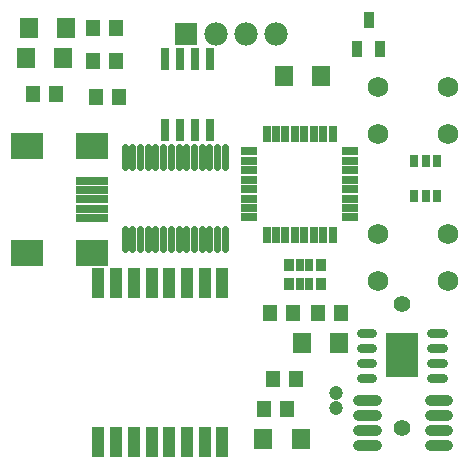
<source format=gts>
G04 ---------------------------- Layer name :TOP SOLDER LAYER*
G04 easyEDA 0.1*
G04 Scale: 100 percent, Rotated: No, Reflected: No *
G04 Dimensions in inches *
G04 leading zeros omitted , absolute positions ,2 integer and 4 * 
%FSLAX24Y24*%
%MOIN*%
G90*
G70D02*

%ADD11C,0.035559*%
%ADD12C,0.031622*%
%ADD13C,0.023748*%
%ADD15R,0.047370X0.057212*%
%ADD16C,0.047370*%
%ADD18R,0.037528X0.039496*%
%ADD19R,0.030835X0.039496*%
%ADD20R,0.106425X0.145790*%
%ADD21R,0.106400X0.027700*%
%ADD22R,0.106400X0.086700*%
%ADD23R,0.058000X0.030000*%
%ADD24R,0.030000X0.058000*%
%ADD25R,0.028100X0.039500*%
%ADD26R,0.028000X0.075000*%
%ADD27R,0.043433X0.102500*%
%ADD28R,0.059181X0.070992*%
%ADD29C,0.055240*%
%ADD31R,0.035559X0.057213*%
%ADD32C,0.068000*%
%ADD34R,0.078000X0.078000*%
%ADD35C,0.078000*%

%LPD*%
G54D11*
G01X11554Y16700D02*
G01X12145Y16700D01*
G01X11554Y16200D02*
G01X12145Y16200D01*
G01X11554Y15700D02*
G01X12145Y15700D01*
G01X11554Y15200D02*
G01X12145Y15200D01*
G01X13934Y16700D02*
G01X14525Y16700D01*
G01X13934Y16200D02*
G01X14525Y16200D01*
G01X13934Y15700D02*
G01X14525Y15700D01*
G01X13934Y15200D02*
G01X14525Y15200D01*
G54D12*
G01X13973Y17450D02*
G01X14366Y17450D01*
G01X13973Y17950D02*
G01X14366Y17950D01*
G01X13973Y18450D02*
G01X14366Y18450D01*
G01X13973Y18950D02*
G01X14366Y18950D01*
G01X11633Y17450D02*
G01X12026Y17450D01*
G01X11633Y17950D02*
G01X12026Y17950D01*
G01X11633Y18450D02*
G01X12026Y18450D01*
G01X11633Y18950D02*
G01X12026Y18950D01*
G54D13*
G01X7100Y25134D02*
G01X7100Y24465D01*
G01X6844Y25134D02*
G01X6844Y24465D01*
G01X6588Y25134D02*
G01X6588Y24465D01*
G01X6332Y25134D02*
G01X6332Y24465D01*
G01X6076Y25134D02*
G01X6076Y24465D01*
G01X5821Y25134D02*
G01X5821Y24465D01*
G01X5565Y25134D02*
G01X5565Y24465D01*
G01X5309Y25134D02*
G01X5309Y24465D01*
G01X5053Y25134D02*
G01X5053Y24465D01*
G01X4796Y25134D02*
G01X4796Y24465D01*
G01X4540Y25134D02*
G01X4540Y24465D01*
G01X4284Y25134D02*
G01X4284Y24465D01*
G01X4030Y25134D02*
G01X4030Y24465D01*
G01X3773Y25134D02*
G01X3773Y24465D01*
G01X7100Y22418D02*
G01X7100Y21749D01*
G01X6844Y22418D02*
G01X6844Y21749D01*
G01X6588Y22418D02*
G01X6588Y21749D01*
G01X6332Y22418D02*
G01X6332Y21749D01*
G01X6076Y22418D02*
G01X6076Y21749D01*
G01X5821Y22418D02*
G01X5821Y21749D01*
G01X5565Y22418D02*
G01X5565Y21749D01*
G01X5309Y22418D02*
G01X5309Y21749D01*
G01X5053Y22418D02*
G01X5053Y21749D01*
G01X4796Y22418D02*
G01X4796Y21749D01*
G01X4540Y22418D02*
G01X4540Y21749D01*
G01X4284Y22418D02*
G01X4284Y21749D01*
G01X4030Y22418D02*
G01X4030Y21749D01*
G01X3773Y22418D02*
G01X3773Y21749D01*
G54D15*
G01X8705Y17400D03*
G01X9494Y17400D03*
G01X8405Y16400D03*
G01X9194Y16400D03*
G54D16*
G01X10800Y16936D03*
G01X10800Y16463D03*
G54D18*
G01X10300Y21200D03*
G01X10300Y20594D03*
G54D19*
G01X9926Y21200D03*
G01X9926Y20594D03*
G01X9611Y21200D03*
G01X9611Y20594D03*
G54D18*
G01X9238Y21200D03*
G01X9238Y20594D03*
G54D15*
G01X3494Y28000D03*
G01X2705Y28000D03*
G01X2805Y26800D03*
G01X3594Y26800D03*
G54D20*
G01X13000Y18200D03*
G54D21*
G01X2680Y23400D03*
G01X2680Y23709D03*
G01X2680Y22769D03*
G01X2680Y23090D03*
G54D22*
G01X519Y21630D03*
G01X519Y25169D03*
G01X2680Y21630D03*
G01X2680Y25169D03*
G54D21*
G01X2680Y24030D03*
G54D23*
G01X11289Y22800D03*
G01X11289Y23109D03*
G01X11289Y23430D03*
G01X11289Y23740D03*
G01X11289Y24059D03*
G01X11289Y24369D03*
G01X11289Y24690D03*
G01X11289Y25000D03*
G54D24*
G01X10700Y25590D03*
G01X10389Y25590D03*
G01X10069Y25590D03*
G01X9760Y25590D03*
G01X9440Y25590D03*
G01X9130Y25590D03*
G01X8809Y25590D03*
G01X8500Y25590D03*
G54D23*
G01X7909Y25000D03*
G01X7909Y24690D03*
G01X7909Y24369D03*
G01X7909Y24059D03*
G01X7909Y23740D03*
G01X7909Y23430D03*
G01X7909Y23109D03*
G01X7909Y22800D03*
G54D24*
G01X8500Y22209D03*
G01X8809Y22209D03*
G01X9130Y22209D03*
G01X9440Y22209D03*
G01X9760Y22209D03*
G01X10069Y22209D03*
G01X10389Y22209D03*
G01X10700Y22209D03*
G54D15*
G01X9394Y19600D03*
G01X8605Y19600D03*
G54D25*
G01X13430Y23530D03*
G01X13800Y23530D03*
G01X14169Y23530D03*
G01X14169Y24669D03*
G01X13800Y24669D03*
G01X13430Y24669D03*
G54D15*
G01X10206Y19600D03*
G01X10993Y19600D03*
G54D26*
G01X6600Y28069D03*
G01X6100Y28069D03*
G01X5600Y28069D03*
G01X5100Y28069D03*
G01X5100Y25719D03*
G01X5600Y25719D03*
G01X6100Y25719D03*
G01X6600Y25719D03*
G54D27*
G01X2894Y15300D03*
G01X3486Y15300D03*
G01X4076Y15300D03*
G01X4667Y15300D03*
G01X5257Y15300D03*
G01X5848Y15300D03*
G01X6438Y15300D03*
G01X7028Y15300D03*
G01X2894Y20615D03*
G01X3486Y20615D03*
G01X4076Y20615D03*
G01X4667Y20615D03*
G01X5257Y20615D03*
G01X5848Y20615D03*
G01X6438Y20615D03*
G01X7028Y20615D03*
G54D15*
G01X705Y26900D03*
G01X1494Y26900D03*
G01X2705Y29100D03*
G01X3494Y29100D03*
G54D28*
G01X9669Y18600D03*
G01X10930Y18600D03*
G54D29*
G01X13000Y19900D03*
G01X13001Y15767D03*
G54D28*
G01X469Y28100D03*
G01X1730Y28100D03*
G54D31*
G01X11900Y29392D03*
G01X12273Y28407D03*
G01X11526Y28407D03*
G54D28*
G01X8376Y15400D03*
G01X9635Y15400D03*
G01X569Y29100D03*
G01X1830Y29100D03*
G54D32*
G01X14561Y27150D03*
G01X12200Y27150D03*
G01X14561Y25575D03*
G01X12200Y25575D03*
G01X14561Y22250D03*
G01X12200Y22250D03*
G01X14561Y20675D03*
G01X12200Y20675D03*
G54D28*
G01X9069Y27500D03*
G01X10330Y27500D03*
G54D34*
G01X5800Y28900D03*
G54D35*
G01X6800Y28900D03*
G01X7800Y28900D03*
G01X8800Y28900D03*

M00*
M02*
</source>
